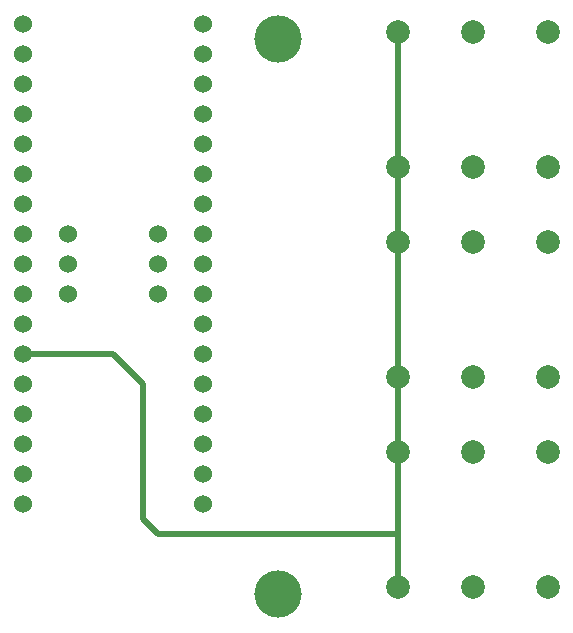
<source format=gbr>
G04 #@! TF.GenerationSoftware,KiCad,Pcbnew,5.1.5-52549c5~84~ubuntu18.04.1*
G04 #@! TF.CreationDate,2020-03-07T09:10:50-05:00*
G04 #@! TF.ProjectId,pedal-controller,70656461-6c2d-4636-9f6e-74726f6c6c65,rev?*
G04 #@! TF.SameCoordinates,Original*
G04 #@! TF.FileFunction,Copper,L2,Bot*
G04 #@! TF.FilePolarity,Positive*
%FSLAX46Y46*%
G04 Gerber Fmt 4.6, Leading zero omitted, Abs format (unit mm)*
G04 Created by KiCad (PCBNEW 5.1.5-52549c5~84~ubuntu18.04.1) date 2020-03-07 09:10:50*
%MOMM*%
%LPD*%
G04 APERTURE LIST*
%ADD10C,4.000000*%
%ADD11C,1.524000*%
%ADD12C,2.000000*%
%ADD13C,0.250000*%
%ADD14C,0.500000*%
G04 APERTURE END LIST*
D10*
X144780000Y-59690000D03*
X144780000Y-106680000D03*
D11*
X138430000Y-96520000D03*
X138430000Y-99060000D03*
X138430000Y-93980000D03*
X138430000Y-91440000D03*
X138430000Y-88900000D03*
X138430000Y-86360000D03*
X138430000Y-83820000D03*
X138430000Y-81280000D03*
X138430000Y-78740000D03*
X138430000Y-76200000D03*
X138430000Y-73660000D03*
X138430000Y-71120000D03*
X138430000Y-68580000D03*
X138430000Y-66040000D03*
X138430000Y-63500000D03*
X138430000Y-60960000D03*
X138430000Y-58420000D03*
X123190000Y-99060000D03*
X123190000Y-96520000D03*
X123190000Y-93980000D03*
X123190000Y-91440000D03*
X123190000Y-88900000D03*
X123190000Y-86360000D03*
X123190000Y-83820000D03*
X123190000Y-81280000D03*
X123190000Y-78740000D03*
X123190000Y-76200000D03*
X123190000Y-73660000D03*
X123190000Y-71120000D03*
X123190000Y-68580000D03*
X123190000Y-66040000D03*
X123190000Y-63500000D03*
X123190000Y-60960000D03*
X123190000Y-58420000D03*
X134620000Y-76200000D03*
X127000000Y-76200000D03*
X134620000Y-81280000D03*
X127000000Y-81280000D03*
X134620000Y-78740000D03*
X127000000Y-78740000D03*
D12*
X167640000Y-106030000D03*
X167640000Y-94630000D03*
X161290000Y-106030000D03*
X161290000Y-94630000D03*
X154940000Y-106030000D03*
X154940000Y-94630000D03*
X167640000Y-88250000D03*
X167640000Y-76850000D03*
X161290000Y-88250000D03*
X161290000Y-76850000D03*
X154940000Y-88250000D03*
X154940000Y-76850000D03*
X167640000Y-70470000D03*
X167640000Y-59070000D03*
X161290000Y-70470000D03*
X161290000Y-59070000D03*
X154940000Y-70470000D03*
X154940000Y-59070000D03*
D13*
X154940000Y-71120000D02*
X154940000Y-70470000D01*
D14*
X130810000Y-86360000D02*
X133350000Y-88900000D01*
X123190000Y-86360000D02*
X130810000Y-86360000D01*
X133350000Y-88900000D02*
X133350000Y-100330000D01*
X133350000Y-100330000D02*
X134620000Y-101600000D01*
X154940000Y-106030000D02*
X154940000Y-101600000D01*
X154940000Y-101600000D02*
X154940000Y-59070000D01*
X134620000Y-101600000D02*
X154940000Y-101600000D01*
M02*

</source>
